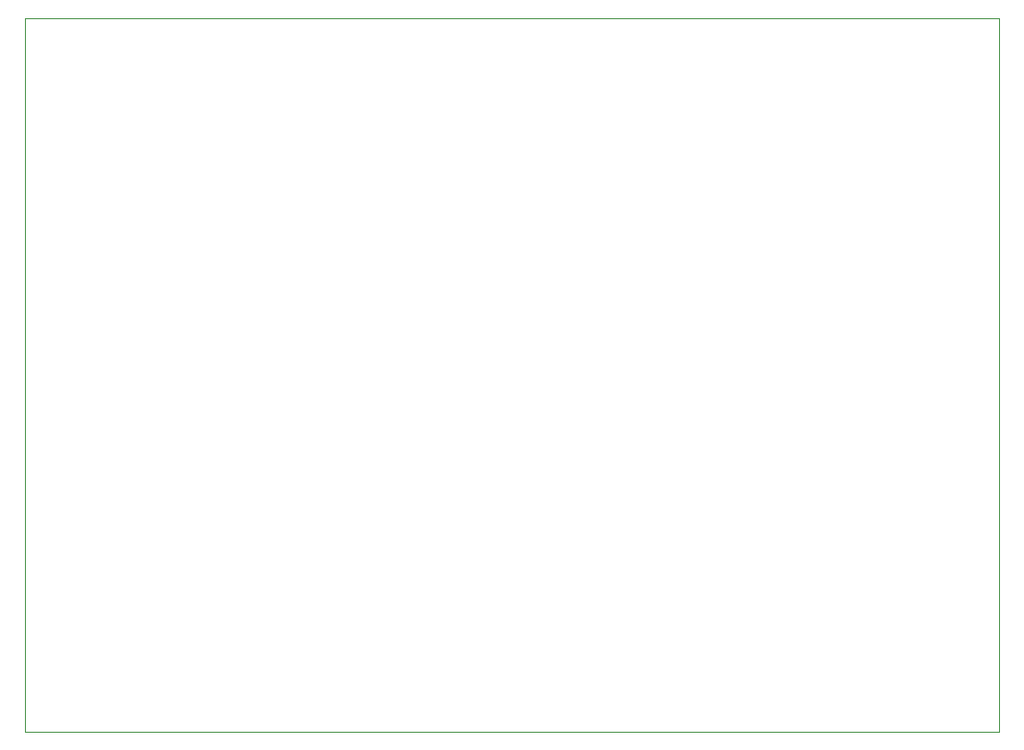
<source format=gbr>
%TF.GenerationSoftware,KiCad,Pcbnew,6.0.11-2627ca5db0~126~ubuntu22.04.1*%
%TF.CreationDate,2023-07-28T09:17:21+02:00*%
%TF.ProjectId,HB-UNI-SenAct-4-4-SC_DS_FUEL4EP_PCB,48422d55-4e49-42d5-9365-6e4163742d34,1.6*%
%TF.SameCoordinates,Original*%
%TF.FileFunction,Profile,NP*%
%FSLAX46Y46*%
G04 Gerber Fmt 4.6, Leading zero omitted, Abs format (unit mm)*
G04 Created by KiCad (PCBNEW 6.0.11-2627ca5db0~126~ubuntu22.04.1) date 2023-07-28 09:17:21*
%MOMM*%
%LPD*%
G01*
G04 APERTURE LIST*
%TA.AperFunction,Profile*%
%ADD10C,0.038100*%
%TD*%
G04 APERTURE END LIST*
D10*
X0Y-63000000D02*
X0Y0D01*
X0Y0D02*
X86000000Y0D01*
X86000000Y0D02*
X86000000Y-63000000D01*
X86000000Y-63000000D02*
X0Y-63000000D01*
M02*

</source>
